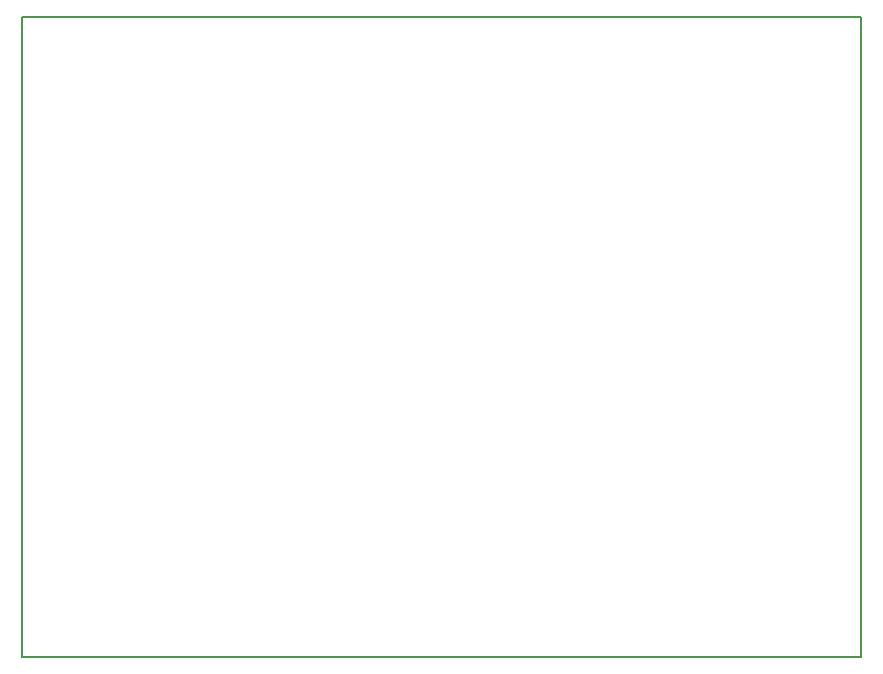
<source format=gko>
G04 MADE WITH FRITZING*
G04 WWW.FRITZING.ORG*
G04 DOUBLE SIDED*
G04 HOLES PLATED*
G04 CONTOUR ON CENTER OF CONTOUR VECTOR*
%ASAXBY*%
%FSLAX23Y23*%
%MOIN*%
%OFA0B0*%
%SFA1.0B1.0*%
%ADD10R,2.804940X2.140000*%
%ADD11C,0.008000*%
%ADD10C,0.008*%
%LNCONTOUR*%
G90*
G70*
G54D10*
G54D11*
X8Y2132D02*
X2805Y2132D01*
X2805Y0D01*
X8Y0D01*
X8Y2132D01*
D02*
G04 End of contour*
M02*
</source>
